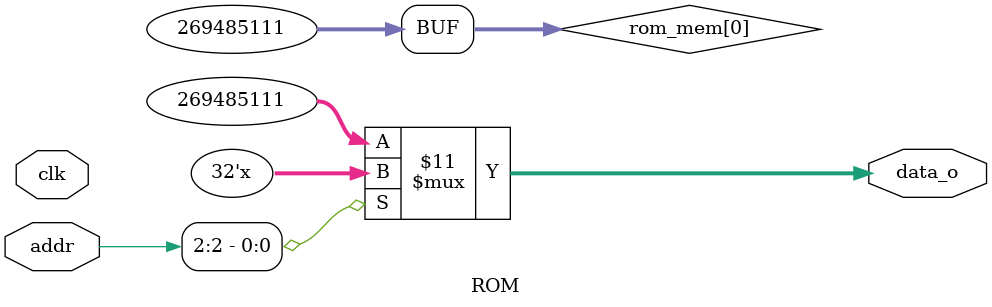
<source format=sv>

module ROM#(
    //parameter string       MEMORY_FILE   = "no_file",     //Cant use paramter in readmem in quartus
    parameter int unsigned DATA_WIDTH    = 32,
    parameter int unsigned ADDR_WIDTH    = 32
)(
    input  logic                 clk,
    input  logic[ADDR_WIDTH-1:0] addr,
    output logic[DATA_WIDTH-1:0] data_o
);

localparam int unsigned NUM_MEM = 2**(ADDR_WIDTH);

//Memory
logic [DATA_WIDTH-1:0] rom_mem[NUM_MEM];

//Initialize ROM

always_comb begin
    for (int i=0; i<NUM_MEM; i++) begin
        rom_mem[i] = 32'h0;
    end
    rom_mem[0] = 32'h10100437;
    rom_mem[1] = 32'h00040413;
    rom_mem[2] = 32'h000014b7;
    rom_mem[3] = 32'h45848493;
    rom_mem[4] = 32'h00942023;
    rom_mem[5] = 32'h02300493;
    rom_mem[6] = 32'h00942223;
    rom_mem[7] = 32'h00500293;
    rom_mem[8] = 32'h110003b7;
    rom_mem[9] = 32'h00038393;
    rom_mem[10] = 32'h00400313;
    rom_mem[11] = 32'h00400f13;
    rom_mem[12] = 32'h00000f93;
    rom_mem[13] = 32'h00842e03;
    rom_mem[14] = 32'h008e7e13;
    rom_mem[15] = 32'hffc00ce3;
    rom_mem[16] = 32'h01042e83;
    rom_mem[17] = 32'h008f9f93;
    rom_mem[18] = 32'h01dfefb3;
    rom_mem[19] = 32'hffff0f13;
    rom_mem[20] = 32'hffe012e3;
    rom_mem[21] = 32'h01f3a023;
    rom_mem[22] = 32'h00438393;
    rom_mem[23] = 32'hfff30313;
    rom_mem[24] = 32'hfc6016e3;
    rom_mem[25] = 32'hfff28293;
    rom_mem[26] = 32'hfc5010e3;
    rom_mem[27] = 32'h00500293;
    rom_mem[28] = 32'h110003b7;
    rom_mem[29] = 32'h00038393;
    rom_mem[30] = 32'h11000f37;
    rom_mem[31] = 32'h050f0f13;
    rom_mem[32] = 32'h00400313;
    rom_mem[33] = 32'h11000e37;
    rom_mem[34] = 32'h040e0e13;
    rom_mem[35] = 32'h00000e93;
    rom_mem[36] = 32'h0003a603;
    rom_mem[37] = 32'h000e2683;
    rom_mem[38] = 32'hff410113;
    rom_mem[39] = 32'h00512023;
    rom_mem[40] = 32'h00612223;
    rom_mem[41] = 32'h00712423;
    rom_mem[42] = 32'h088000ef;
    rom_mem[43] = 32'h00012283;
    rom_mem[44] = 32'h00412303;
    rom_mem[45] = 32'h00812383;
    rom_mem[46] = 32'h00c10113;
    rom_mem[47] = 32'h00ae8eb3;
    rom_mem[48] = 32'h00438393;
    rom_mem[49] = 32'h004e0e13;
    rom_mem[50] = 32'hfff30313;
    rom_mem[51] = 32'hfc6012e3;
    rom_mem[52] = 32'h01df2023;
    rom_mem[53] = 32'h004f0f13;
    rom_mem[54] = 32'hfff28293;
    rom_mem[55] = 32'hfa5012e3;
    rom_mem[56] = 32'h00500293;
    rom_mem[57] = 32'h110003b7;
    rom_mem[58] = 32'h05038393;
    rom_mem[59] = 32'h06300f13;
    rom_mem[60] = 32'h00400313;
    rom_mem[61] = 32'h01800e13;
    rom_mem[62] = 32'h0003ae83;
    rom_mem[63] = 32'h01cedeb3;
    rom_mem[64] = 32'h01d42623;
    rom_mem[65] = 32'h01e42223;
    rom_mem[66] = 32'h00842e83;
    rom_mem[67] = 32'h010efe93;
    rom_mem[68] = 32'hffd00ce3;
    rom_mem[69] = 32'hff8e0e13;
    rom_mem[70] = 32'hfff30313;
    rom_mem[71] = 32'hfc601ee3;
    rom_mem[72] = 32'h00438393;
    rom_mem[73] = 32'hfff28293;
    rom_mem[74] = 32'hfc5014e3;
    rom_mem[75] = 32'hef1ff06f;
    rom_mem[76] = 32'h00000513;
    rom_mem[77] = 32'h00000393;
    rom_mem[78] = 32'h000622b3;
    rom_mem[79] = 32'h00028863;
    rom_mem[80] = 32'hfff64613;
    rom_mem[81] = 32'h00160613;
    rom_mem[82] = 32'h0013c393;
    rom_mem[83] = 32'h0006a2b3;
    rom_mem[84] = 32'h00028863;
    rom_mem[85] = 32'hfff6c693;
    rom_mem[86] = 32'h00168693;
    rom_mem[87] = 32'h0013c393;
    rom_mem[88] = 32'h00d622b3;
    rom_mem[89] = 32'h00028a63;
    rom_mem[90] = 32'h000602b3;
    rom_mem[91] = 32'h00068333;
    rom_mem[92] = 32'h00030633;
    rom_mem[93] = 32'h000286b3;
    rom_mem[94] = 32'h00068863;
    rom_mem[95] = 32'h00a60533;
    rom_mem[96] = 32'hfff68693;
    rom_mem[97] = 32'hff5ff06f;
    rom_mem[98] = 32'h00700663;
    rom_mem[99] = 32'hfff54513;
    rom_mem[100] = 32'h00150513;
    rom_mem[101] = 32'h00008067;
    rom_mem[102] = 32'h00000033;
    rom_mem[103] = 32'h00000033;
    rom_mem[104] = 32'h00000033;
    rom_mem[105] = 32'h00000033;
end

//Read rom
assign data_o = rom_mem[addr>>2];


endmodule: ROM

</source>
